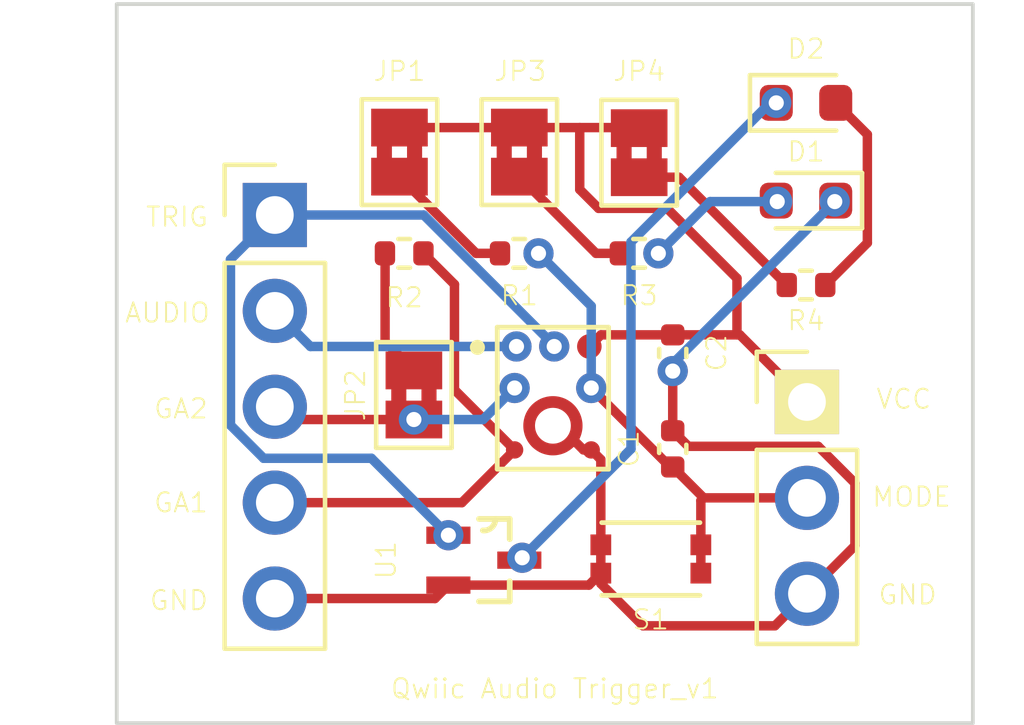
<source format=kicad_pcb>
(kicad_pcb (version 20221018) (generator pcbnew)
  (layers (0 "F.Cu" signal) (31 "B.Cu" signal) (34 "B.Paste" user) (35 "F.Paste" user) (36 "B.SilkS" user "B.Silkscreen") (37 "F.SilkS" user "F.Silkscreen") (38 "B.Mask" user) (39 "F.Mask" user) (44 "Edge.Cuts" user))
  (net 0 "")
  (net 1 "MODE")
  (net 2 "GND")
  (net 3 "VCC")
  (net 4 "Net-(D1-A)")
  (net 5 "Net-(D2-K)")
  (net 6 "Net-(D2-A)")
  (net 7 "TRIG")
  (net 8 "AUDIO")
  (net 9 "GA2")
  (net 10 "GA1")
  (net 11 "Net-(JP1-A)")
  (net 12 "Net-(JP2-A)")
  (net 13 "Net-(JP3-A)")
  (net 14 "Net-(JP4-A)")
  (footprint "Jumper:SolderJumper-2_P1.3mm_Bridged2Bar_Pad1.0x1.5mm" (layer "F.Cu") (at 125.222 87.234 90)
    (fp_text reference "JP1" (at 2.144 0 180) (layer "F.SilkS") (effects (font (size 0.508 0.508) (thickness 0.0508) bold)))
    (fp_text value "WOS")
    (fp_poly (pts (xy -0.25 -0.6) (xy 0.25 -0.6) (xy 0.25 -0.2) (xy -0.25 -0.2)) (fill solid) (layer "F.Cu"))
    (fp_poly (pts (xy -0.25 0.2) (xy 0.25 0.2) (xy 0.25 0.6) (xy -0.25 0.6)) (fill solid) (layer "F.Cu"))
    (fp_line (start -1.4 -1) (end 1.4 -1) (stroke (width 0.12)) (layer "F.SilkS"))
    (fp_line (start -1.4 1) (end -1.4 -1) (stroke (width 0.12)) (layer "F.SilkS"))
    (fp_line (start 1.4 -1) (end 1.4 1) (stroke (width 0.12)) (layer "F.SilkS"))
    (fp_line (start 1.4 1) (end -1.4 1) (stroke (width 0.12)) (layer "F.SilkS"))
    (pad "1" smd rect (at -0.65 0 90) (size 1 1.5) (layers "F.Cu" "F.Mask") (net 11 "Net-(JP1-A)"))
    (pad "2" smd rect (at 0.65 0 90) (size 1 1.5) (layers "F.Cu" "F.Mask") (net 3 "VCC"))
  )
  (footprint "Connector_PinHeader_2.54mm:PinHeader_1x03_P2.54mm_Vertical" (layer "F.Cu") (at 136.017 93.853)
    (fp_text reference "J1" hide)
    (fp_text value "Conn_01x03_Pin")
    (fp_line (start -1.33 -1.33) (end 0 -1.33) (stroke (width 0.12)) (layer "F.SilkS"))
    (fp_line (start -1.33 0) (end -1.33 -1.33) (stroke (width 0.12)) (layer "F.SilkS"))
    (fp_line (start -1.33 1.27) (end -1.33 6.41) (stroke (width 0.12)) (layer "F.SilkS"))
    (fp_line (start -1.33 1.27) (end 1.33 1.27) (stroke (width 0.12)) (layer "F.SilkS"))
    (fp_line (start -1.33 6.41) (end 1.33 6.41) (stroke (width 0.12)) (layer "F.SilkS"))
    (fp_line (start 1.33 1.27) (end 1.33 6.41) (stroke (width 0.12)) (layer "F.SilkS"))
    (pad "1" thru_hole rect (at 0 0) (size 1.7 1.7) (drill 1) (layers "*.Cu" "*.Mask" "F.SilkS") (net 3 "VCC"))
    (pad "2" thru_hole oval (at 0 2.54) (size 1.7 1.7) (drill 1) (layers "*.Cu" "*.Mask") (net 1 "MODE"))
    (pad "3" thru_hole oval (at 0 5.08) (size 1.7 1.7) (drill 1) (layers "*.Cu" "*.Mask") (net 2 "GND"))
  )
  (footprint "LED_SMD:LED_0603_1608Metric" (layer "F.Cu") (at 135.9915 85.929)
    (fp_text reference "D2" (at 0 -1.43) (layer "F.SilkS") (effects (font (size 0.508 0.508) (thickness 0.0508))))
    (fp_text value "TRIG")
    (fp_line (start -1.485 -0.735) (end -1.485 0.735) (stroke (width 0.12)) (layer "F.SilkS"))
    (fp_line (start -1.485 0.735) (end 0.8 0.735) (stroke (width 0.12)) (layer "F.SilkS"))
    (fp_line (start 0.8 -0.735) (end -1.485 -0.735) (stroke (width 0.12)) (layer "F.SilkS"))
    (pad "1" smd roundrect (at -0.7875 0) (size 0.875 0.95) (layers "F.Cu" "F.Paste" "F.Mask") (net 5 "Net-(D2-K)"))
    (pad "2" smd roundrect (at 0.7875 0) (size 0.875 0.95) (layers "F.Cu" "F.Paste" "F.Mask") (net 6 "Net-(D2-A)"))
  )
  (footprint "Capacitor_SMD:C_0402_1005Metric" (layer "F.Cu") (at 132.461 95.095 90)
    (fp_text reference "C1" (at 0 -1.16 90) (layer "F.SilkS") (effects (font (size 0.508 0.508) (thickness 0.0508))))
    (fp_text value "0.1uF")
    (fp_line (start -0.107836 -0.36) (end 0.107836 -0.36) (stroke (width 0.12)) (layer "F.SilkS"))
    (fp_line (start -0.107836 0.36) (end 0.107836 0.36) (stroke (width 0.12)) (layer "F.SilkS"))
    (pad "1" smd roundrect (at -0.48 0 90) (size 0.56 0.62) (layers "F.Cu" "F.Paste" "F.Mask") (net 1 "MODE"))
    (pad "2" smd roundrect (at 0.48 0 90) (size 0.56 0.62) (layers "F.Cu" "F.Paste" "F.Mask") (net 2 "GND"))
  )
  (footprint "Resistor_SMD:R_0402_1005Metric" (layer "F.Cu") (at 125.347 89.916 180)
    (fp_text reference "R2" (at 0 -1.17) (layer "F.SilkS") (effects (font (size 0.508 0.508) (thickness 0.0508))))
    (fp_text value "20k")
    (fp_line (start -0.153641 -0.38) (end 0.153641 -0.38) (stroke (width 0.12)) (layer "F.SilkS"))
    (fp_line (start -0.153641 0.38) (end 0.153641 0.38) (stroke (width 0.12)) (layer "F.SilkS"))
    (pad "1" smd roundrect (at -0.51 0 180) (size 0.54 0.64) (layers "F.Cu" "F.Paste" "F.Mask") (net 10 "GA1"))
    (pad "2" smd roundrect (at 0.51 0 180) (size 0.54 0.64) (layers "F.Cu" "F.Paste" "F.Mask") (net 12 "Net-(JP2-A)"))
  )
  (footprint "LED_SMD:LED_0603_1608Metric" (layer "F.Cu") (at 135.9915 88.519 180)
    (fp_text reference "D1" (at -0.0001 1.2954) (layer "F.SilkS") (effects (font (size 0.508 0.508) (thickness 0.0508))))
    (fp_text value "POWER")
    (fp_line (start -1.485 -0.735) (end -1.485 0.735) (stroke (width 0.12)) (layer "F.SilkS"))
    (fp_line (start -1.485 0.735) (end 0.8 0.735) (stroke (width 0.12)) (layer "F.SilkS"))
    (fp_line (start 0.8 -0.735) (end -1.485 -0.735) (stroke (width 0.12)) (layer "F.SilkS"))
    (pad "1" smd roundrect (at -0.7875 0 180) (size 0.875 0.95) (layers "F.Cu" "F.Paste" "F.Mask") (net 2 "GND"))
    (pad "2" smd roundrect (at 0.7875 0 180) (size 0.875 0.95) (layers "F.Cu" "F.Paste" "F.Mask") (net 4 "Net-(D1-A)"))
  )
  (footprint "Jumper:SolderJumper-2_P1.3mm_Bridged2Bar_Pad1.0x1.5mm" (layer "F.Cu") (at 131.572 87.249 90)
    (fp_text reference "JP4" (at 2.159 0 180) (layer "F.SilkS") (effects (font (size 0.508 0.508) (thickness 0.0508))))
    (fp_text value "TRIG_EN")
    (fp_poly (pts (xy -0.25 -0.6) (xy 0.25 -0.6) (xy 0.25 -0.2) (xy -0.25 -0.2)) (fill solid) (layer "F.Cu"))
    (fp_poly (pts (xy -0.25 0.2) (xy 0.25 0.2) (xy 0.25 0.6) (xy -0.25 0.6)) (fill solid) (layer "F.Cu"))
    (fp_line (start -1.4 -1) (end 1.4 -1) (stroke (width 0.12)) (layer "F.SilkS"))
    (fp_line (start -1.4 1) (end -1.4 -1) (stroke (width 0.12)) (layer "F.SilkS"))
    (fp_line (start 1.4 -1) (end 1.4 1) (stroke (width 0.12)) (layer "F.SilkS"))
    (fp_line (start 1.4 1) (end -1.4 1) (stroke (width 0.12)) (layer "F.SilkS"))
    (pad "1" smd rect (at -0.65 0 90) (size 1 1.5) (layers "F.Cu" "F.Mask") (net 14 "Net-(JP4-A)"))
    (pad "2" smd rect (at 0.65 0 90) (size 1 1.5) (layers "F.Cu" "F.Mask") (net 3 "VCC"))
  )
  (footprint "Resistor_SMD:R_0402_1005Metric" (layer "F.Cu") (at 131.57 89.916 180)
    (fp_text reference "R3" (at 0 -1.1176) (layer "F.SilkS") (effects (font (size 0.508 0.508) (thickness 0.0508))))
    (fp_text value "1k")
    (fp_line (start -0.153641 -0.38) (end 0.153641 -0.38) (stroke (width 0.12)) (layer "F.SilkS"))
    (fp_line (start -0.153641 0.38) (end 0.153641 0.38) (stroke (width 0.12)) (layer "F.SilkS"))
    (pad "1" smd roundrect (at -0.51 0 180) (size 0.54 0.64) (layers "F.Cu" "F.Paste" "F.Mask") (net 4 "Net-(D1-A)"))
    (pad "2" smd roundrect (at 0.51 0 180) (size 0.54 0.64) (layers "F.Cu" "F.Paste" "F.Mask") (net 13 "Net-(JP3-A)"))
  )
  (footprint "Capacitor_SMD:C_0402_1005Metric" (layer "F.Cu") (at 132.461 92.555 -90)
    (fp_text reference "C2" (at 0 -1.16 90) (layer "F.SilkS") (effects (font (size 0.508 0.508) (thickness 0.0508))))
    (fp_text value "1uF")
    (fp_line (start -0.107836 -0.36) (end 0.107836 -0.36) (stroke (width 0.12)) (layer "F.SilkS"))
    (fp_line (start -0.107836 0.36) (end 0.107836 0.36) (stroke (width 0.12)) (layer "F.SilkS"))
    (pad "1" smd roundrect (at -0.48 0 270) (size 0.56 0.62) (layers "F.Cu" "F.Paste" "F.Mask") (net 3 "VCC"))
    (pad "2" smd roundrect (at 0.48 0 270) (size 0.56 0.62) (layers "F.Cu" "F.Paste" "F.Mask") (net 2 "GND"))
  )
  (footprint "Connector_PinHeader_2.54mm:PinHeader_1x05_P2.54mm_Vertical" (layer "F.Cu") (at 121.92 88.9)
    (fp_text reference "J2" hide)
    (fp_text value "Conn_01x05_Pin")
    (fp_line (start -1.33 -1.33) (end 0 -1.33) (stroke (width 0.12)) (layer "F.SilkS"))
    (fp_line (start -1.33 0) (end -1.33 -1.33) (stroke (width 0.12)) (layer "F.SilkS"))
    (fp_line (start -1.33 1.27) (end -1.33 11.49) (stroke (width 0.12)) (layer "F.SilkS"))
    (fp_line (start -1.33 1.27) (end 1.33 1.27) (stroke (width 0.12)) (layer "F.SilkS"))
    (fp_line (start -1.33 11.49) (end 1.33 11.49) (stroke (width 0.12)) (layer "F.SilkS"))
    (fp_line (start 1.33 1.27) (end 1.33 11.49) (stroke (width 0.12)) (layer "F.SilkS"))
    (pad "1" thru_hole rect (at 0 0) (size 1.7 1.7) (drill 1) (layers "*.Cu" "*.Mask") (net 7 "TRIG"))
    (pad "2" thru_hole oval (at 0 2.54) (size 1.7 1.7) (drill 1) (layers "*.Cu" "*.Mask") (net 8 "AUDIO"))
    (pad "3" thru_hole oval (at 0 5.08) (size 1.7 1.7) (drill 1) (layers "*.Cu" "*.Mask") (net 9 "GA2"))
    (pad "4" thru_hole oval (at 0 7.62) (size 1.7 1.7) (drill 1) (layers "*.Cu" "*.Mask") (net 10 "GA1"))
    (pad "5" thru_hole oval (at 0 10.16) (size 1.7 1.7) (drill 1) (layers "*.Cu" "*.Mask") (net 2 "GND"))
  )
  (footprint "Resistor_SMD:R_0402_1005Metric" (layer "F.Cu") (at 128.395 89.916)
    (fp_text reference "R1" (at 0 1.1176) (layer "F.SilkS") (effects (font (size 0.508 0.508) (thickness 0.0508))))
    (fp_text value "2.2k")
    (fp_line (start -0.153641 -0.38) (end 0.153641 -0.38) (stroke (width 0.12)) (layer "F.SilkS"))
    (fp_line (start -0.153641 0.38) (end 0.153641 0.38) (stroke (width 0.12)) (layer "F.SilkS"))
    (pad "1" smd roundrect (at -0.51 0) (size 0.54 0.64) (layers "F.Cu" "F.Paste" "F.Mask") (net 11 "Net-(JP1-A)"))
    (pad "2" smd roundrect (at 0.51 0) (size 0.54 0.64) (layers "F.Cu" "F.Paste" "F.Mask") (net 1 "MODE"))
  )
  (footprint "Jumper:SolderJumper-2_P1.3mm_Bridged2Bar_Pad1.0x1.5mm" (layer "F.Cu") (at 125.604 93.668 -90)
    (fp_text reference "JP2" (at 0.0072 1.5504 90) (layer "F.SilkS") (effects (font (size 0.508 0.508) (thickness 0.0508))))
    (fp_text value "THRES")
    (fp_poly (pts (xy -0.25 -0.6) (xy 0.25 -0.6) (xy 0.25 -0.2) (xy -0.25 -0.2)) (fill solid) (layer "F.Cu"))
    (fp_poly (pts (xy -0.25 0.2) (xy 0.25 0.2) (xy 0.25 0.6) (xy -0.25 0.6)) (fill solid) (layer "F.Cu"))
    (fp_line (start -1.4 -1) (end 1.4 -1) (stroke (width 0.12)) (layer "F.SilkS"))
    (fp_line (start -1.4 1) (end -1.4 -1) (stroke (width 0.12)) (layer "F.SilkS"))
    (fp_line (start 1.4 -1) (end 1.4 1) (stroke (width 0.12)) (layer "F.SilkS"))
    (fp_line (start 1.4 1) (end -1.4 1) (stroke (width 0.12)) (layer "F.SilkS"))
    (pad "1" smd rect (at -0.65 0 270) (size 1 1.5) (layers "F.Cu" "F.Mask") (net 12 "Net-(JP2-A)"))
    (pad "2" smd rect (at 0.65 0 270) (size 1 1.5) (layers "F.Cu" "F.Mask") (net 9 "GA2"))
  )
  (footprint "Jumper:SolderJumper-2_P1.3mm_Bridged2Bar_Pad1.0x1.5mm" (layer "F.Cu") (at 128.397 87.234 90)
    (fp_text reference "JP3" (at 2.144 0.0254 180) (layer "F.SilkS") (effects (font (size 0.508 0.508) (thickness 0.0508))))
    (fp_text value "POWER_EN")
    (fp_poly (pts (xy -0.25 -0.6) (xy 0.25 -0.6) (xy 0.25 -0.2) (xy -0.25 -0.2)) (fill solid) (layer "F.Cu"))
    (fp_poly (pts (xy -0.25 0.2) (xy 0.25 0.2) (xy 0.25 0.6) (xy -0.25 0.6)) (fill solid) (layer "F.Cu"))
    (fp_line (start -1.4 -1) (end 1.4 -1) (stroke (width 0.12)) (layer "F.SilkS"))
    (fp_line (start -1.4 1) (end -1.4 -1) (stroke (width 0.12)) (layer "F.SilkS"))
    (fp_line (start 1.4 -1) (end 1.4 1) (stroke (width 0.12)) (layer "F.SilkS"))
    (fp_line (start 1.4 1) (end -1.4 1) (stroke (width 0.12)) (layer "F.SilkS"))
    (pad "1" smd rect (at -0.65 0 90) (size 1 1.5) (layers "F.Cu" "F.Mask") (net 13 "Net-(JP3-A)"))
    (pad "2" smd rect (at 0.65 0 90) (size 1 1.5) (layers "F.Cu" "F.Mask") (net 3 "VCC"))
  )
  (footprint "2N7002PW_115:SOT65P210X110-3N" (layer "F.Cu") (at 127.4572 98.044)
    (fp_text reference "U1" (at -2.5908 0 90) (layer "F.SilkS") (effects (font (size 0.508 0.508) (thickness 0.0508))))
    (fp_text value "2N7002PW,115")
    (fp_line (start -0.127 1.0922) (end 0.6858 1.0922) (stroke (width 0.1524)) (layer "F.SilkS"))
    (fp_line (start 0.3048 -1.0922) (end -0.127 -1.0922) (stroke (width 0.1524)) (layer "F.SilkS"))
    (fp_line (start 0.6858 -1.0922) (end 0.3048 -1.0922) (stroke (width 0.1524)) (layer "F.SilkS"))
    (fp_line (start 0.6858 -0.5588) (end 0.6858 -1.0922) (stroke (width 0.1524)) (layer "F.SilkS"))
    (fp_line (start 0.6858 1.0922) (end 0.6858 0.5588) (stroke (width 0.1524)) (layer "F.SilkS"))
    (fp_arc (start 0.3048 -1.0922) (mid 0.208351 -0.865428) (end -0.0254 -0.7874) (stroke (width 0.1524)) (layer "F.SilkS"))
    (pad "1" smd rect (at -0.9398 -0.6604) (size 1.1684 0.4572) (layers "F.Cu" "F.Paste" "F.Mask") (net 7 "TRIG"))
    (pad "2" smd rect (at -0.9398 0.6604) (size 1.1684 0.4572) (layers "F.Cu" "F.Paste" "F.Mask") (net 2 "GND"))
    (pad "3" smd rect (at 0.9398 0) (size 1.1684 0.4572) (layers "F.Cu" "F.Paste" "F.Mask") (net 5 "Net-(D2-K)"))
  )
  (footprint "EVPBB4A9B000:SW_EVPBB4A9B000" (layer "F.Cu") (at 131.881 98.0126 180)
    (fp_text reference "S1" (at 0.0042 -1.6062) (layer "F.SilkS") (effects (font (size 0.508 0.508) (thickness 0.0508))))
    (fp_text value "EVPBB4A9B000")
    (fp_line (start -1.3 -0.9635) (end 1.3 -0.9635) (stroke (width 0.127)) (layer "F.SilkS"))
    (fp_line (start -1.3 0.9635) (end 1.3 0.9635) (stroke (width 0.127)) (layer "F.SilkS"))
    (pad "A1" smd rect (at -1.325 -0.375 180) (size 0.55 0.55) (layers "F.Cu" "F.Mask") (net 1 "MODE"))
    (pad "A2" smd rect (at -1.325 0.375 180) (size 0.55 0.55) (layers "F.Cu" "F.Mask") (net 1 "MODE"))
    (pad "B1" smd rect (at 1.325 -0.375 180) (size 0.55 0.55) (layers "F.Cu" "F.Mask") (net 2 "GND"))
    (pad "B2" smd rect (at 1.325 0.375 180) (size 0.55 0.55) (layers "F.Cu" "F.Mask") (net 2 "GND"))
  )
  (footprint "Resistor_SMD:R_0402_1005Metric" (layer "F.Cu") (at 135.9915 90.755 180)
    (fp_text reference "R4" (at 0 -0.939) (layer "F.SilkS") (effects (font (size 0.508 0.508) (thickness 0.0508))))
    (fp_text value "1k")
    (fp_line (start -0.153641 -0.38) (end 0.153641 -0.38) (stroke (width 0.12)) (layer "F.SilkS"))
    (fp_line (start -0.153641 0.38) (end 0.153641 0.38) (stroke (width 0.12)) (layer "F.SilkS"))
    (pad "1" smd roundrect (at -0.51 0 180) (size 0.54 0.64) (layers "F.Cu" "F.Paste" "F.Mask") (net 6 "Net-(D2-A)"))
    (pad "2" smd roundrect (at 0.51 0 180) (size 0.54 0.64) (layers "F.Cu" "F.Paste" "F.Mask") (net 14 "Net-(JP4-A)"))
  )
  (footprint "PMM-3738-VM1010-R:MIC_PMM-3738-VM1010-R" (layer "F.Cu") (at 129.287 93.753)
    (fp_text reference "MK1" hide)
    (fp_text value "PMM-3738-VM1010-R")
    (fp_line (start -1.475 -1.88) (end 1.475 -1.88) (stroke (width 0.127)) (layer "F.SilkS"))
    (fp_line (start -1.475 1.88) (end -1.475 -1.88) (stroke (width 0.127)) (layer "F.SilkS"))
    (fp_line (start 1.475 -1.88) (end 1.475 1.88) (stroke (width 0.127)) (layer "F.SilkS"))
    (fp_line (start 1.475 1.88) (end -1.475 1.88) (stroke (width 0.127)) (layer "F.SilkS"))
    (fp_circle (center -2 -1.347) (end -1.9 -1.347) (stroke (width 0.2)) (fill none) (layer "F.SilkS"))
    (pad "" np_thru_hole circle (at 0 0.73) (size 0.75 0.75) (drill 0.75) (layers "*.Cu" "*.Mask"))
    (pad "1" smd circle (at -0.965 -1.37) (size 0.65 0.65) (layers "F.Cu" "F.Mask") (net 8 "AUDIO"))
    (pad "2" smd circle (at -1.015 -0.27) (size 0.46 0.46) (layers "F.Cu" "F.Mask") (net 9 "GA2"))
    (pad "3" smd circle (at -1.015 1.37) (size 0.46 0.46) (layers "F.Cu" "F.Mask") (net 10 "GA1"))
    (pad "4" smd circle (at 1.015 1.37) (size 0.46 0.46) (layers "F.Cu" "F.Mask") (net 2 "GND"))
    (pad "5" smd circle (at 1.015 -0.27) (size 0.46 0.46) (layers "F.Cu" "F.Mask") (net 1 "MODE"))
    (pad "6" smd circle (at 0.965 -1.37) (size 0.65 0.65) (layers "F.Cu" "F.Mask") (net 3 "VCC"))
    (pad "7" smd circle (at 0 -1.37) (size 0.6 0.6) (layers "F.Cu" "F.Mask") (net 7 "TRIG"))
    (pad "8" smd custom (at 0.55 1.11) (size 0.08 0.08) (layers "F.Cu" "F.Paste" "F.Mask") (net 2 "GND") (options (clearance outline) (anchor rect)) (primitives (gr_poly (pts (xy -1.33 -0.38) (xy -1.329 -0.421) (xy -1.326 -0.462) (xy -1.32 -0.502) (xy -1.313 -0.542) (xy -1.303 -0.582) (xy -1.292 -0.621) (xy -1.278 -0.66) (xy -1.263 -0.697) (xy -1.245 -0.734) (xy -1.225 -0.77) (xy -1.204 -0.805) (xy -1.181 -0.838) (xy -1.156 -0.871) (xy -1.13 -0.902) (xy -1.102 -0.932) (xy -1.072 -0.96) (xy -1.041 -0.986) (xy -1.008 -1.011) (xy -0.975 -1.034) (xy -0.94 -1.055) (xy -0.904 -1.075) (xy -0.867 -1.093) (xy -0.83 -1.108) (xy -0.791 -1.122) (xy -0.752 -1.133) (xy -0.712 -1.143) (xy -0.672 -1.15) (xy -0.632 -1.156) (xy -0.591 -1.159) (xy -0.55 -1.16) (xy -0.509 -1.159) (xy -0.468 -1.156) (xy -0.428 -1.15) (xy -0.388 -1.143) (xy -0.348 -1.133) (xy -0.309 -1.122) (xy -0.27 -1.108) (xy -0.233 -1.093) (xy -0.196 -1.075) (xy -0.16 -1.055) (xy -0.125 -1.034) (xy -0.092 -1.011) (xy -0.059 -0.986) (xy -0.028 -0.96) (xy 0.002 -0.932) (xy 0.03 -0.902) (xy 0.056 -0.871) (xy 0.081 -0.838) (xy 0.104 -0.805) (xy 0.125 -0.77) (xy 0.145 -0.734) (xy 0.163 -0.697) (xy 0.178 -0.66) (xy 0.192 -0.621) (xy 0.203 -0.582) (xy 0.213 -0.542) (xy 0.22 -0.502) (xy 0.226 -0.462) (xy 0.229 -0.421) (xy 0.23 -0.38) (xy -0.07 -0.38) (xy -0.071 -0.405) (xy -0.073 -0.43) (xy -0.076 -0.455) (xy -0.08 -0.48) (xy -0.086 -0.504) (xy -0.093 -0.528) (xy -0.102 -0.552) (xy -0.111 -0.575) (xy -0.122 -0.598) (xy -0.134 -0.62) (xy -0.147 -0.641) (xy -0.162 -0.662) (xy -0.177 -0.682) (xy -0.193 -0.701) (xy -0.211 -0.719) (xy -0.229 -0.737) (xy -0.248 -0.753) (xy -0.268 -0.768) (xy -0.289 -0.783) (xy -0.31 -0.796) (xy -0.332 -0.808) (xy -0.355 -0.819) (xy -0.378 -0.828) (xy -0.402 -0.837) (xy -0.426 -0.844) (xy -0.45 -0.85) (xy -0.475 -0.854) (xy -0.5 -0.857) (xy -0.525 -0.859) (xy -0.55 -0.86) (xy -0.575 -0.859) (xy -0.6 -0.857) (xy -0.625 -0.854) (xy -0.65 -0.85) (xy -0.674 -0.844) (xy -0.698 -0.837) (xy -0.722 -0.828) (xy -0.745 -0.819) (xy -0.768 -0.808) (xy -0.79 -0.796) (xy -0.811 -0.783) (xy -0.832 -0.768) (xy -0.852 -0.753) (xy -0.871 -0.737) (xy -0.889 -0.719) (xy -0.907 -0.701) (xy -0.923 -0.682) (xy -0.938 -0.662) (xy -0.953 -0.641) (xy -0.966 -0.62) (xy -0.978 -0.598) (xy -0.989 -0.575) (xy -0.998 -0.552) (xy -1.007 -0.528) (xy -1.014 -0.504) (xy -1.02 -0.48) (xy -1.024 -0.455) (xy -1.027 -0.43) (xy -1.029 -0.405) (xy -1.03 -0.38) (xy -1.027 -0.33) (xy -1.02 -0.28) (xy -1.007 -0.232) (xy -0.989 -0.185) (xy -0.966 -0.14) (xy -0.938 -0.098) (xy -0.907 -0.059) (xy -0.871 -0.023) (xy -0.832 0.008) (xy -0.79 0.036) (xy -0.745 0.059) (xy -0.698 0.077) (xy -0.65 0.09) (xy -0.6 0.097) (xy -0.55 0.1) (xy -0.5 0.097) (xy -0.45 0.09) (xy -0.402 0.077) (xy -0.355 0.059) (xy -0.31 0.036) (xy -0.268 0.008) (xy -0.229 -0.023) (xy -0.193 -0.059) (xy -0.162 -0.098) (xy -0.134 -0.14) (xy -0.111 -0.185) (xy -0.093 -0.232) (xy -0.08 -0.28) (xy -0.073 -0.33) (xy -0.07 -0.38) (xy 0.23 -0.38) (xy 0.229 -0.339) (xy 0.226 -0.298) (xy 0.22 -0.258) (xy 0.213 -0.218) (xy 0.203 -0.178) (xy 0.192 -0.139) (xy 0.178 -0.1) (xy 0.163 -0.063) (xy 0.145 -0.026) (xy 0.125 0.01) (xy 0.104 0.045) (xy 0.081 0.078) (xy 0.056 0.111) (xy 0.03 0.142) (xy 0.002 0.172) (xy -0.028 0.2) (xy -0.059 0.226) (xy -0.092 0.251) (xy -0.125 0.274) (xy -0.16 0.295) (xy -0.196 0.315) (xy -0.233 0.333) (xy -0.27 0.348) (xy -0.309 0.362) (xy -0.348 0.373) (xy -0.388 0.383) (xy -0.428 0.39) (xy -0.468 0.396) (xy -0.509 0.399) (xy -0.55 0.4) (xy -0.591 0.399) (xy -0.632 0.396) (xy -0.672 0.39) (xy -0.712 0.383) (xy -0.752 0.373) (xy -0.791 0.362) (xy -0.83 0.348) (xy -0.867 0.333) (xy -0.904 0.315) (xy -0.94 0.295) (xy -0.975 0.274) (xy -1.008 0.251) (xy -1.041 0.226) (xy -1.072 0.2) (xy -1.102 0.172) (xy -1.13 0.142) (xy -1.156 0.111) (xy -1.181 0.078) (xy -1.204 0.045) (xy -1.225 0.01) (xy -1.245 -0.026) (xy -1.263 -0.063) (xy -1.278 -0.1) (xy -1.292 -0.139) (xy -1.303 -0.178) (xy -1.313 -0.218) (xy -1.32 -0.258) (xy -1.326 -0.298) (xy -1.329 -0.339) (xy -1.33 -0.38)) (width 0.01) (fill yes))))
  )
  (gr_rect (start 117.7312 83.312) (end 140.4112 102.362) (stroke (width 0.1)) (fill none) (layer "Edge.Cuts"))
  (gr_text "GA2" (at 119.4308 94.0308) (layer "F.SilkS") (effects (font (size 0.508 0.508) (thickness 0.0508) bold)))
  (gr_text "Qwiic Audio Trigger_v1" (at 129.3368 101.4476) (layer "F.SilkS") (effects (font (size 0.508 0.508) (thickness 0.0508) bold)))
  (gr_text "AUDIO\n" (at 119.0752 91.4908) (layer "F.SilkS") (effects (font (size 0.508 0.508) (thickness 0.0508) bold)))
  (gr_text "GND" (at 119.38 99.1108) (layer "F.SilkS") (effects (font (size 0.508 0.508) (thickness 0.0508) bold)))
  (gr_text "GA1" (at 119.4308 96.52) (layer "F.SilkS") (effects (font (size 0.508 0.508) (thickness 0.0508) bold)))
  (gr_text "TRIG" (at 119.3292 88.9508) (layer "F.SilkS") (effects (font (size 0.508 0.508) (thickness 0.0508) bold)))
  (gr_text "MODE\n" (at 138.7856 96.3676) (layer "F.SilkS") (effects (font (size 0.508 0.508) (thickness 0.0508) bold)))
  (gr_text "GND" (at 138.684 98.9584) (layer "F.SilkS") (effects (font (size 0.508 0.508) (thickness 0.0508) bold)))
  (gr_text "VCC" (at 138.5824 93.7768) (layer "F.SilkS") (effects (font (size 0.508 0.508) (thickness 0.0508) bold)))
  (segment (start 133.206 97.6376) (end 133.206 98.3876) (width 0.25) (layer "F.Cu") (net 1))
  (segment (start 133.206 97.6376) (end 133.206 96.466) (width 0.25) (layer "F.Cu") (net 1))
  (segment (start 133.206 96.466) (end 133.279 96.393) (width 0.25) (layer "F.Cu") (net 1))
  (segment (start 132.394 95.575) (end 132.461 95.575) (width 0.25) (layer "F.Cu") (net 1))
  (segment (start 133.279 96.393) (end 136.017 96.393) (width 0.25) (layer "F.Cu") (net 1))
  (segment (start 130.302 93.483) (end 132.394 95.575) (width 0.25) (layer "F.Cu") (net 1))
  (segment (start 132.461 95.575) (end 133.279 96.393) (width 0.25) (layer "F.Cu") (net 1))
  (via (at 128.905 89.916) (size 0.8) (drill 0.4) (layers "F.Cu" "B.Cu") (net 1))
  (via (at 130.302 93.483) (size 0.8) (drill 0.4) (layers "F.Cu" "B.Cu") (net 1))
  (segment (start 130.302 91.313) (end 128.905 89.916) (width 0.25) (layer "B.Cu") (net 1))
  (segment (start 130.302 93.483) (end 130.302 91.313) (width 0.25) (layer "B.Cu") (net 1))
  (segment (start 137.287 96.001299) (end 137.287 97.663) (width 0.25) (layer "F.Cu") (net 2))
  (segment (start 136.017 98.933) (end 137.287 97.663) (width 0.25) (layer "F.Cu") (net 2))
  (segment (start 121.92 99.06) (end 126.1618 99.06) (width 0.25) (layer "F.Cu") (net 2))
  (segment (start 126.1618 99.06) (end 126.5174 98.7044) (width 0.25) (layer "F.Cu") (net 2))
  (segment (start 132.874 95.028) (end 136.313701 95.028) (width 0.25) (layer "F.Cu") (net 2))
  (segment (start 130.097 95.123) (end 129.90233 94.92833) (width 0.25) (layer "F.Cu") (net 2))
  (segment (start 135.167 99.783) (end 136.017 98.933) (width 0.25) (layer "F.Cu") (net 2))
  (segment (start 130.2392 98.7044) (end 126.5174 98.7044) (width 0.25) (layer "F.Cu") (net 2))
  (segment (start 130.302 95.123) (end 130.556 95.377) (width 0.25) (layer "F.Cu") (net 2))
  (segment (start 136.779 88.519) (end 136.7536 88.5444) (width 0.25) (layer "F.Cu") (net 2))
  (segment (start 132.461 93.035) (end 132.461 94.615) (width 0.25) (layer "F.Cu") (net 2))
  (segment (start 130.302 95.123) (end 130.097 95.123) (width 0.25) (layer "F.Cu") (net 2))
  (segment (start 130.556 98.3876) (end 130.2392 98.7044) (width 0.25) (layer "F.Cu") (net 2))
  (segment (start 130.556 97.6376) (end 130.556 98.3876) (width 0.25) (layer "F.Cu") (net 2))
  (segment (start 131.674622 99.783) (end 135.167 99.783) (width 0.25) (layer "F.Cu") (net 2))
  (segment (start 132.461 94.615) (end 132.874 95.028) (width 0.25) (layer "F.Cu") (net 2))
  (segment (start 136.313701 95.028) (end 137.287 96.001299) (width 0.25) (layer "F.Cu") (net 2))
  (segment (start 130.556 95.377) (end 130.556 97.6376) (width 0.25) (layer "F.Cu") (net 2))
  (segment (start 130.556 98.3876) (end 130.556 98.664378) (width 0.25) (layer "F.Cu") (net 2))
  (segment (start 130.556 98.664378) (end 131.674622 99.783) (width 0.25) (layer "F.Cu") (net 2))
  (via (at 136.7536 88.5444) (size 0.8) (drill 0.4) (layers "F.Cu" "B.Cu") (net 2))
  (via (at 132.461 93.035) (size 0.8) (drill 0.4) (layers "F.Cu" "B.Cu") (net 2))
  (segment (start 136.7536 88.5444) (end 132.461 92.837) (width 0.25) (layer "B.Cu") (net 2))
  (segment (start 132.461 92.837) (end 132.461 93.035) (width 0.25) (layer "B.Cu") (net 2))
  (segment (start 132.461 92.075) (end 130.56 92.075) (width 0.25) (layer "F.Cu") (net 3))
  (segment (start 134.1628 90.5764) (end 132.3104 88.724) (width 0.25) (layer "F.Cu") (net 3))
  (segment (start 134.1628 92.075) (end 132.461 92.075) (width 0.25) (layer "F.Cu") (net 3))
  (segment (start 130.56 92.075) (end 130.252 92.383) (width 0.25) (layer "F.Cu") (net 3))
  (segment (start 129.9972 88.2242) (end 129.9972 86.584) (width 0.25) (layer "F.Cu") (net 3))
  (segment (start 134.239 92.075) (end 134.1628 92.075) (width 0.25) (layer "F.Cu") (net 3))
  (segment (start 132.3104 88.724) (end 130.497 88.724) (width 0.25) (layer "F.Cu") (net 3))
  (segment (start 130.497 88.724) (end 129.9972 88.2242) (width 0.25) (layer "F.Cu") (net 3))
  (segment (start 128.397 86.584) (end 131.557 86.584) (width 0.25) (layer "F.Cu") (net 3))
  (segment (start 134.1628 92.075) (end 134.1628 90.5764) (width 0.25) (layer "F.Cu") (net 3))
  (segment (start 136.017 93.853) (end 134.239 92.075) (width 0.25) (layer "F.Cu") (net 3))
  (segment (start 125.222 86.584) (end 128.397 86.584) (width 0.25) (layer "F.Cu") (net 3))
  (segment (start 131.557 86.584) (end 131.572 86.599) (width 0.25) (layer "F.Cu") (net 3))
  (segment (start 135.204 88.519) (end 135.2042 88.519) (width 0.25) (layer "F.Cu") (net 4))
  (segment (start 135.2042 88.519) (end 135.2296 88.5444) (width 0.25) (layer "F.Cu") (net 4))
  (via (at 135.2296 88.5444) (size 0.8) (drill 0.4) (layers "F.Cu" "B.Cu") (net 4))
  (via (at 132.08 89.916) (size 0.8) (drill 0.4) (layers "F.Cu" "B.Cu") (net 4))
  (segment (start 135.2296 88.5444) (end 133.4516 88.5444) (width 0.25) (layer "B.Cu") (net 4))
  (segment (start 133.4516 88.5444) (end 132.08 89.916) (width 0.25) (layer "B.Cu") (net 4))
  (segment (start 128.4091 98.044) (end 128.4732 97.9799) (width 0.25) (layer "F.Cu") (net 5))
  (segment (start 128.397 98.044) (end 128.4091 98.044) (width 0.25) (layer "F.Cu") (net 5))
  (via (at 135.204 85.929) (size 0.8) (drill 0.4) (layers "F.Cu" "B.Cu") (net 5))
  (via (at 128.4732 97.9799) (size 0.8) (drill 0.4) (layers "F.Cu" "B.Cu") (net 5))
  (segment (start 131.355 95.0981) (end 131.355 89.615695) (width 0.25) (layer "B.Cu") (net 5))
  (segment (start 131.355 89.615695) (end 135.041695 85.929) (width 0.25) (layer "B.Cu") (net 5))
  (segment (start 135.041695 85.929) (end 135.204 85.929) (width 0.25) (layer "B.Cu") (net 5))
  (segment (start 128.4732 97.9799) (end 131.355 95.0981) (width 0.25) (layer "B.Cu") (net 5))
  (segment (start 137.6172 89.6393) (end 137.6172 86.7672) (width 0.25) (layer "F.Cu") (net 6))
  (segment (start 136.5015 90.755) (end 137.6172 89.6393) (width 0.25) (layer "F.Cu") (net 6))
  (segment (start 137.6172 86.7672) (end 136.779 85.929) (width 0.25) (layer "F.Cu") (net 6))
  (via (at 129.321503 92.383) (size 0.8) (drill 0.4) (layers "F.Cu" "B.Cu") (net 7))
  (via (at 126.5174 97.3836) (size 0.8) (drill 0.4) (layers "F.Cu" "B.Cu") (net 7))
  (segment (start 120.745 90.075) (end 120.745 94.466701) (width 0.25) (layer "B.Cu") (net 7))
  (segment (start 124.4788 95.345) (end 126.5174 97.3836) (width 0.25) (layer "B.Cu") (net 7))
  (segment (start 121.92 88.9) (end 125.864305 88.9) (width 0.25) (layer "B.Cu") (net 7))
  (segment (start 121.92 88.9) (end 120.745 90.075) (width 0.25) (layer "B.Cu") (net 7))
  (segment (start 121.623299 95.345) (end 124.4788 95.345) (width 0.25) (layer "B.Cu") (net 7))
  (segment (start 129.321503 92.357198) (end 129.321503 92.383) (width 0.25) (layer "B.Cu") (net 7))
  (segment (start 125.864305 88.9) (end 129.321503 92.357198) (width 0.25) (layer "B.Cu") (net 7))
  (segment (start 120.745 94.466701) (end 121.623299 95.345) (width 0.25) (layer "B.Cu") (net 7))
  (via (at 128.322 92.383) (size 0.8) (drill 0.4) (layers "F.Cu" "B.Cu") (net 8))
  (segment (start 122.863 92.383) (end 128.322 92.383) (width 0.25) (layer "B.Cu") (net 8))
  (segment (start 121.92 91.44) (end 122.863 92.383) (width 0.25) (layer "B.Cu") (net 8))
  (segment (start 125.604 94.318) (end 122.258 94.318) (width 0.25) (layer "F.Cu") (net 9))
  (segment (start 122.258 94.318) (end 121.92 93.98) (width 0.25) (layer "F.Cu") (net 9))
  (via (at 125.604 94.318) (size 0.8) (drill 0.4) (layers "F.Cu" "B.Cu") (net 9))
  (via (at 128.272 93.483) (size 0.8) (drill 0.4) (layers "F.Cu" "B.Cu") (net 9))
  (segment (start 127.437 94.318) (end 128.272 93.483) (width 0.25) (layer "B.Cu") (net 9))
  (segment (start 125.604 94.318) (end 127.437 94.318) (width 0.25) (layer "B.Cu") (net 9))
  (segment (start 126.679 93.53) (end 128.272 95.123) (width 0.25) (layer "F.Cu") (net 10))
  (segment (start 121.92 96.52) (end 126.875 96.52) (width 0.25) (layer "F.Cu") (net 10))
  (segment (start 125.857 89.916) (end 126.679 90.738) (width 0.25) (layer "F.Cu") (net 10))
  (segment (start 126.679 90.738) (end 126.679 93.53) (width 0.25) (layer "F.Cu") (net 10))
  (segment (start 126.875 96.52) (end 128.272 95.123) (width 0.25) (layer "F.Cu") (net 10))
  (segment (start 127.254 89.916) (end 127.885 89.916) (width 0.25) (layer "F.Cu") (net 11))
  (segment (start 125.222 87.884) (end 127.254 89.916) (width 0.25) (layer "F.Cu") (net 11))
  (segment (start 124.837 89.916) (end 124.841 89.92) (width 0.25) (layer "F.Cu") (net 12))
  (segment (start 124.841 92.255) (end 125.604 93.018) (width 0.25) (layer "F.Cu") (net 12))
  (segment (start 124.841 89.92) (end 124.841 92.255) (width 0.25) (layer "F.Cu") (net 12))
  (segment (start 128.397 87.884) (end 130.429 89.916) (width 0.25) (layer "F.Cu") (net 13))
  (segment (start 130.429 89.916) (end 131.06 89.916) (width 0.25) (layer "F.Cu") (net 13))
  (segment (start 131.572 87.899) (end 132.6255 87.899) (width 0.25) (layer "F.Cu") (net 14))
  (segment (start 132.6255 87.899) (end 135.4815 90.755) (width 0.25) (layer "F.Cu") (net 14))
)
</source>
